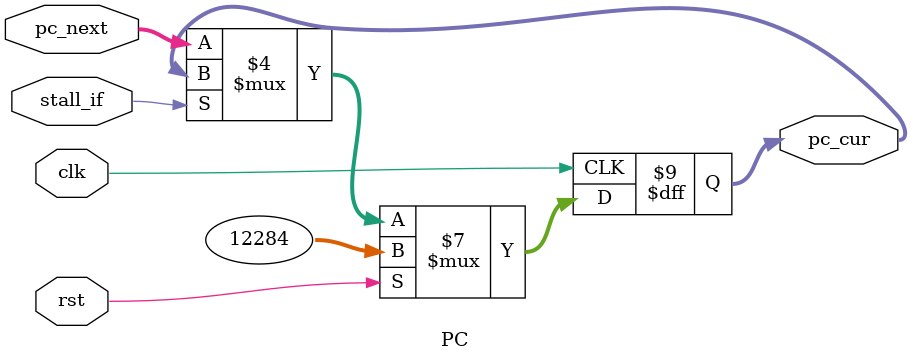
<source format=v>
`timescale 1ns / 1ps
module PC(
    input clk,
    input rst,
    input stall_if,
    input [31:0] pc_next,
    output reg [31:0] pc_cur
);
initial begin
    pc_cur = 32'h2ffc;
end
always @(posedge clk) begin
    if (rst)
        pc_cur <= 32'h2ffc;
    else
    if (stall_if)
        pc_cur <= pc_cur;
    else
        pc_cur <= pc_next;
end
endmodule

</source>
